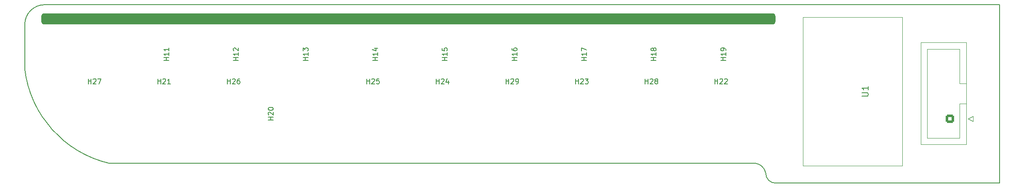
<source format=gto>
G04 #@! TF.GenerationSoftware,KiCad,Pcbnew,8.0.7*
G04 #@! TF.CreationDate,2025-06-18T23:22:59-07:00*
G04 #@! TF.ProjectId,ESP32_MIDI_Summer25_FRETSkicad_pro.kicad_sch,45535033-325f-44d4-9944-495f53756d6d,rev?*
G04 #@! TF.SameCoordinates,Original*
G04 #@! TF.FileFunction,Legend,Top*
G04 #@! TF.FilePolarity,Positive*
%FSLAX46Y46*%
G04 Gerber Fmt 4.6, Leading zero omitted, Abs format (unit mm)*
G04 Created by KiCad (PCBNEW 8.0.7) date 2025-06-18 23:22:59*
%MOMM*%
%LPD*%
G01*
G04 APERTURE LIST*
G04 Aperture macros list*
%AMRoundRect*
0 Rectangle with rounded corners*
0 $1 Rounding radius*
0 $2 $3 $4 $5 $6 $7 $8 $9 X,Y pos of 4 corners*
0 Add a 4 corners polygon primitive as box body*
4,1,4,$2,$3,$4,$5,$6,$7,$8,$9,$2,$3,0*
0 Add four circle primitives for the rounded corners*
1,1,$1+$1,$2,$3*
1,1,$1+$1,$4,$5*
1,1,$1+$1,$6,$7*
1,1,$1+$1,$8,$9*
0 Add four rect primitives between the rounded corners*
20,1,$1+$1,$2,$3,$4,$5,0*
20,1,$1+$1,$4,$5,$6,$7,0*
20,1,$1+$1,$6,$7,$8,$9,0*
20,1,$1+$1,$8,$9,$2,$3,0*%
G04 Aperture macros list end*
%ADD10C,0.150000*%
%ADD11C,0.120000*%
%ADD12RoundRect,0.567500X-73.247500X-0.567500X73.247500X-0.567500X73.247500X0.567500X-73.247500X0.567500X0*%
%ADD13C,6.800000*%
%ADD14C,11.000000*%
%ADD15RoundRect,0.250000X0.600000X0.600000X-0.600000X0.600000X-0.600000X-0.600000X0.600000X-0.600000X0*%
%ADD16C,1.700000*%
%ADD17C,3.200000*%
%ADD18C,4.300000*%
G04 APERTURE END LIST*
D10*
X200000000Y-109000000D02*
X70000000Y-109000000D01*
X204000000Y-113000000D02*
G75*
G02*
X202000000Y-111000000I0J2000000D01*
G01*
X249000000Y-77000000D02*
X57000000Y-77000000D01*
X200000000Y-109000000D02*
G75*
G02*
X202000000Y-111000000I-409300J-2409300D01*
G01*
X53000000Y-81000000D02*
X53000000Y-90000000D01*
X53000000Y-81000000D02*
G75*
G02*
X57000000Y-77000000I4000000J0D01*
G01*
X249000000Y-77000000D02*
X249000000Y-113000000D01*
X249000000Y-113000000D02*
X204000000Y-113000000D01*
X70000000Y-109000000D02*
G75*
G02*
X52999994Y-90000001I5067400J21639260D01*
G01*
X177761905Y-92954819D02*
X177761905Y-91954819D01*
X177761905Y-92431009D02*
X178333333Y-92431009D01*
X178333333Y-92954819D02*
X178333333Y-91954819D01*
X178761905Y-92050057D02*
X178809524Y-92002438D01*
X178809524Y-92002438D02*
X178904762Y-91954819D01*
X178904762Y-91954819D02*
X179142857Y-91954819D01*
X179142857Y-91954819D02*
X179238095Y-92002438D01*
X179238095Y-92002438D02*
X179285714Y-92050057D01*
X179285714Y-92050057D02*
X179333333Y-92145295D01*
X179333333Y-92145295D02*
X179333333Y-92240533D01*
X179333333Y-92240533D02*
X179285714Y-92383390D01*
X179285714Y-92383390D02*
X178714286Y-92954819D01*
X178714286Y-92954819D02*
X179333333Y-92954819D01*
X179904762Y-92383390D02*
X179809524Y-92335771D01*
X179809524Y-92335771D02*
X179761905Y-92288152D01*
X179761905Y-92288152D02*
X179714286Y-92192914D01*
X179714286Y-92192914D02*
X179714286Y-92145295D01*
X179714286Y-92145295D02*
X179761905Y-92050057D01*
X179761905Y-92050057D02*
X179809524Y-92002438D01*
X179809524Y-92002438D02*
X179904762Y-91954819D01*
X179904762Y-91954819D02*
X180095238Y-91954819D01*
X180095238Y-91954819D02*
X180190476Y-92002438D01*
X180190476Y-92002438D02*
X180238095Y-92050057D01*
X180238095Y-92050057D02*
X180285714Y-92145295D01*
X180285714Y-92145295D02*
X180285714Y-92192914D01*
X180285714Y-92192914D02*
X180238095Y-92288152D01*
X180238095Y-92288152D02*
X180190476Y-92335771D01*
X180190476Y-92335771D02*
X180095238Y-92383390D01*
X180095238Y-92383390D02*
X179904762Y-92383390D01*
X179904762Y-92383390D02*
X179809524Y-92431009D01*
X179809524Y-92431009D02*
X179761905Y-92478628D01*
X179761905Y-92478628D02*
X179714286Y-92573866D01*
X179714286Y-92573866D02*
X179714286Y-92764342D01*
X179714286Y-92764342D02*
X179761905Y-92859580D01*
X179761905Y-92859580D02*
X179809524Y-92907200D01*
X179809524Y-92907200D02*
X179904762Y-92954819D01*
X179904762Y-92954819D02*
X180095238Y-92954819D01*
X180095238Y-92954819D02*
X180190476Y-92907200D01*
X180190476Y-92907200D02*
X180238095Y-92859580D01*
X180238095Y-92859580D02*
X180285714Y-92764342D01*
X180285714Y-92764342D02*
X180285714Y-92573866D01*
X180285714Y-92573866D02*
X180238095Y-92478628D01*
X180238095Y-92478628D02*
X180190476Y-92431009D01*
X180190476Y-92431009D02*
X180095238Y-92383390D01*
X135761905Y-92954819D02*
X135761905Y-91954819D01*
X135761905Y-92431009D02*
X136333333Y-92431009D01*
X136333333Y-92954819D02*
X136333333Y-91954819D01*
X136761905Y-92050057D02*
X136809524Y-92002438D01*
X136809524Y-92002438D02*
X136904762Y-91954819D01*
X136904762Y-91954819D02*
X137142857Y-91954819D01*
X137142857Y-91954819D02*
X137238095Y-92002438D01*
X137238095Y-92002438D02*
X137285714Y-92050057D01*
X137285714Y-92050057D02*
X137333333Y-92145295D01*
X137333333Y-92145295D02*
X137333333Y-92240533D01*
X137333333Y-92240533D02*
X137285714Y-92383390D01*
X137285714Y-92383390D02*
X136714286Y-92954819D01*
X136714286Y-92954819D02*
X137333333Y-92954819D01*
X138190476Y-92288152D02*
X138190476Y-92954819D01*
X137952381Y-91907200D02*
X137714286Y-92621485D01*
X137714286Y-92621485D02*
X138333333Y-92621485D01*
X165954819Y-88238094D02*
X164954819Y-88238094D01*
X165431009Y-88238094D02*
X165431009Y-87666666D01*
X165954819Y-87666666D02*
X164954819Y-87666666D01*
X165954819Y-86666666D02*
X165954819Y-87238094D01*
X165954819Y-86952380D02*
X164954819Y-86952380D01*
X164954819Y-86952380D02*
X165097676Y-87047618D01*
X165097676Y-87047618D02*
X165192914Y-87142856D01*
X165192914Y-87142856D02*
X165240533Y-87238094D01*
X164954819Y-86333332D02*
X164954819Y-85666666D01*
X164954819Y-85666666D02*
X165954819Y-86095237D01*
X163761905Y-92954819D02*
X163761905Y-91954819D01*
X163761905Y-92431009D02*
X164333333Y-92431009D01*
X164333333Y-92954819D02*
X164333333Y-91954819D01*
X164761905Y-92050057D02*
X164809524Y-92002438D01*
X164809524Y-92002438D02*
X164904762Y-91954819D01*
X164904762Y-91954819D02*
X165142857Y-91954819D01*
X165142857Y-91954819D02*
X165238095Y-92002438D01*
X165238095Y-92002438D02*
X165285714Y-92050057D01*
X165285714Y-92050057D02*
X165333333Y-92145295D01*
X165333333Y-92145295D02*
X165333333Y-92240533D01*
X165333333Y-92240533D02*
X165285714Y-92383390D01*
X165285714Y-92383390D02*
X164714286Y-92954819D01*
X164714286Y-92954819D02*
X165333333Y-92954819D01*
X165666667Y-91954819D02*
X166285714Y-91954819D01*
X166285714Y-91954819D02*
X165952381Y-92335771D01*
X165952381Y-92335771D02*
X166095238Y-92335771D01*
X166095238Y-92335771D02*
X166190476Y-92383390D01*
X166190476Y-92383390D02*
X166238095Y-92431009D01*
X166238095Y-92431009D02*
X166285714Y-92526247D01*
X166285714Y-92526247D02*
X166285714Y-92764342D01*
X166285714Y-92764342D02*
X166238095Y-92859580D01*
X166238095Y-92859580D02*
X166190476Y-92907200D01*
X166190476Y-92907200D02*
X166095238Y-92954819D01*
X166095238Y-92954819D02*
X165809524Y-92954819D01*
X165809524Y-92954819D02*
X165714286Y-92907200D01*
X165714286Y-92907200D02*
X165666667Y-92859580D01*
X179954819Y-88238094D02*
X178954819Y-88238094D01*
X179431009Y-88238094D02*
X179431009Y-87666666D01*
X179954819Y-87666666D02*
X178954819Y-87666666D01*
X179954819Y-86666666D02*
X179954819Y-87238094D01*
X179954819Y-86952380D02*
X178954819Y-86952380D01*
X178954819Y-86952380D02*
X179097676Y-87047618D01*
X179097676Y-87047618D02*
X179192914Y-87142856D01*
X179192914Y-87142856D02*
X179240533Y-87238094D01*
X179383390Y-86095237D02*
X179335771Y-86190475D01*
X179335771Y-86190475D02*
X179288152Y-86238094D01*
X179288152Y-86238094D02*
X179192914Y-86285713D01*
X179192914Y-86285713D02*
X179145295Y-86285713D01*
X179145295Y-86285713D02*
X179050057Y-86238094D01*
X179050057Y-86238094D02*
X179002438Y-86190475D01*
X179002438Y-86190475D02*
X178954819Y-86095237D01*
X178954819Y-86095237D02*
X178954819Y-85904761D01*
X178954819Y-85904761D02*
X179002438Y-85809523D01*
X179002438Y-85809523D02*
X179050057Y-85761904D01*
X179050057Y-85761904D02*
X179145295Y-85714285D01*
X179145295Y-85714285D02*
X179192914Y-85714285D01*
X179192914Y-85714285D02*
X179288152Y-85761904D01*
X179288152Y-85761904D02*
X179335771Y-85809523D01*
X179335771Y-85809523D02*
X179383390Y-85904761D01*
X179383390Y-85904761D02*
X179383390Y-86095237D01*
X179383390Y-86095237D02*
X179431009Y-86190475D01*
X179431009Y-86190475D02*
X179478628Y-86238094D01*
X179478628Y-86238094D02*
X179573866Y-86285713D01*
X179573866Y-86285713D02*
X179764342Y-86285713D01*
X179764342Y-86285713D02*
X179859580Y-86238094D01*
X179859580Y-86238094D02*
X179907200Y-86190475D01*
X179907200Y-86190475D02*
X179954819Y-86095237D01*
X179954819Y-86095237D02*
X179954819Y-85904761D01*
X179954819Y-85904761D02*
X179907200Y-85809523D01*
X179907200Y-85809523D02*
X179859580Y-85761904D01*
X179859580Y-85761904D02*
X179764342Y-85714285D01*
X179764342Y-85714285D02*
X179573866Y-85714285D01*
X179573866Y-85714285D02*
X179478628Y-85761904D01*
X179478628Y-85761904D02*
X179431009Y-85809523D01*
X179431009Y-85809523D02*
X179383390Y-85904761D01*
X93761905Y-92954819D02*
X93761905Y-91954819D01*
X93761905Y-92431009D02*
X94333333Y-92431009D01*
X94333333Y-92954819D02*
X94333333Y-91954819D01*
X94761905Y-92050057D02*
X94809524Y-92002438D01*
X94809524Y-92002438D02*
X94904762Y-91954819D01*
X94904762Y-91954819D02*
X95142857Y-91954819D01*
X95142857Y-91954819D02*
X95238095Y-92002438D01*
X95238095Y-92002438D02*
X95285714Y-92050057D01*
X95285714Y-92050057D02*
X95333333Y-92145295D01*
X95333333Y-92145295D02*
X95333333Y-92240533D01*
X95333333Y-92240533D02*
X95285714Y-92383390D01*
X95285714Y-92383390D02*
X94714286Y-92954819D01*
X94714286Y-92954819D02*
X95333333Y-92954819D01*
X96190476Y-91954819D02*
X96000000Y-91954819D01*
X96000000Y-91954819D02*
X95904762Y-92002438D01*
X95904762Y-92002438D02*
X95857143Y-92050057D01*
X95857143Y-92050057D02*
X95761905Y-92192914D01*
X95761905Y-92192914D02*
X95714286Y-92383390D01*
X95714286Y-92383390D02*
X95714286Y-92764342D01*
X95714286Y-92764342D02*
X95761905Y-92859580D01*
X95761905Y-92859580D02*
X95809524Y-92907200D01*
X95809524Y-92907200D02*
X95904762Y-92954819D01*
X95904762Y-92954819D02*
X96095238Y-92954819D01*
X96095238Y-92954819D02*
X96190476Y-92907200D01*
X96190476Y-92907200D02*
X96238095Y-92859580D01*
X96238095Y-92859580D02*
X96285714Y-92764342D01*
X96285714Y-92764342D02*
X96285714Y-92526247D01*
X96285714Y-92526247D02*
X96238095Y-92431009D01*
X96238095Y-92431009D02*
X96190476Y-92383390D01*
X96190476Y-92383390D02*
X96095238Y-92335771D01*
X96095238Y-92335771D02*
X95904762Y-92335771D01*
X95904762Y-92335771D02*
X95809524Y-92383390D01*
X95809524Y-92383390D02*
X95761905Y-92431009D01*
X95761905Y-92431009D02*
X95714286Y-92526247D01*
X191761905Y-92954819D02*
X191761905Y-91954819D01*
X191761905Y-92431009D02*
X192333333Y-92431009D01*
X192333333Y-92954819D02*
X192333333Y-91954819D01*
X192761905Y-92050057D02*
X192809524Y-92002438D01*
X192809524Y-92002438D02*
X192904762Y-91954819D01*
X192904762Y-91954819D02*
X193142857Y-91954819D01*
X193142857Y-91954819D02*
X193238095Y-92002438D01*
X193238095Y-92002438D02*
X193285714Y-92050057D01*
X193285714Y-92050057D02*
X193333333Y-92145295D01*
X193333333Y-92145295D02*
X193333333Y-92240533D01*
X193333333Y-92240533D02*
X193285714Y-92383390D01*
X193285714Y-92383390D02*
X192714286Y-92954819D01*
X192714286Y-92954819D02*
X193333333Y-92954819D01*
X193714286Y-92050057D02*
X193761905Y-92002438D01*
X193761905Y-92002438D02*
X193857143Y-91954819D01*
X193857143Y-91954819D02*
X194095238Y-91954819D01*
X194095238Y-91954819D02*
X194190476Y-92002438D01*
X194190476Y-92002438D02*
X194238095Y-92050057D01*
X194238095Y-92050057D02*
X194285714Y-92145295D01*
X194285714Y-92145295D02*
X194285714Y-92240533D01*
X194285714Y-92240533D02*
X194238095Y-92383390D01*
X194238095Y-92383390D02*
X193666667Y-92954819D01*
X193666667Y-92954819D02*
X194285714Y-92954819D01*
X81954819Y-88238094D02*
X80954819Y-88238094D01*
X81431009Y-88238094D02*
X81431009Y-87666666D01*
X81954819Y-87666666D02*
X80954819Y-87666666D01*
X81954819Y-86666666D02*
X81954819Y-87238094D01*
X81954819Y-86952380D02*
X80954819Y-86952380D01*
X80954819Y-86952380D02*
X81097676Y-87047618D01*
X81097676Y-87047618D02*
X81192914Y-87142856D01*
X81192914Y-87142856D02*
X81240533Y-87238094D01*
X81954819Y-85714285D02*
X81954819Y-86285713D01*
X81954819Y-85999999D02*
X80954819Y-85999999D01*
X80954819Y-85999999D02*
X81097676Y-86095237D01*
X81097676Y-86095237D02*
X81192914Y-86190475D01*
X81192914Y-86190475D02*
X81240533Y-86285713D01*
X102954819Y-100238094D02*
X101954819Y-100238094D01*
X102431009Y-100238094D02*
X102431009Y-99666666D01*
X102954819Y-99666666D02*
X101954819Y-99666666D01*
X102050057Y-99238094D02*
X102002438Y-99190475D01*
X102002438Y-99190475D02*
X101954819Y-99095237D01*
X101954819Y-99095237D02*
X101954819Y-98857142D01*
X101954819Y-98857142D02*
X102002438Y-98761904D01*
X102002438Y-98761904D02*
X102050057Y-98714285D01*
X102050057Y-98714285D02*
X102145295Y-98666666D01*
X102145295Y-98666666D02*
X102240533Y-98666666D01*
X102240533Y-98666666D02*
X102383390Y-98714285D01*
X102383390Y-98714285D02*
X102954819Y-99285713D01*
X102954819Y-99285713D02*
X102954819Y-98666666D01*
X101954819Y-98047618D02*
X101954819Y-97952380D01*
X101954819Y-97952380D02*
X102002438Y-97857142D01*
X102002438Y-97857142D02*
X102050057Y-97809523D01*
X102050057Y-97809523D02*
X102145295Y-97761904D01*
X102145295Y-97761904D02*
X102335771Y-97714285D01*
X102335771Y-97714285D02*
X102573866Y-97714285D01*
X102573866Y-97714285D02*
X102764342Y-97761904D01*
X102764342Y-97761904D02*
X102859580Y-97809523D01*
X102859580Y-97809523D02*
X102907200Y-97857142D01*
X102907200Y-97857142D02*
X102954819Y-97952380D01*
X102954819Y-97952380D02*
X102954819Y-98047618D01*
X102954819Y-98047618D02*
X102907200Y-98142856D01*
X102907200Y-98142856D02*
X102859580Y-98190475D01*
X102859580Y-98190475D02*
X102764342Y-98238094D01*
X102764342Y-98238094D02*
X102573866Y-98285713D01*
X102573866Y-98285713D02*
X102335771Y-98285713D01*
X102335771Y-98285713D02*
X102145295Y-98238094D01*
X102145295Y-98238094D02*
X102050057Y-98190475D01*
X102050057Y-98190475D02*
X102002438Y-98142856D01*
X102002438Y-98142856D02*
X101954819Y-98047618D01*
X193954819Y-88238094D02*
X192954819Y-88238094D01*
X193431009Y-88238094D02*
X193431009Y-87666666D01*
X193954819Y-87666666D02*
X192954819Y-87666666D01*
X193954819Y-86666666D02*
X193954819Y-87238094D01*
X193954819Y-86952380D02*
X192954819Y-86952380D01*
X192954819Y-86952380D02*
X193097676Y-87047618D01*
X193097676Y-87047618D02*
X193192914Y-87142856D01*
X193192914Y-87142856D02*
X193240533Y-87238094D01*
X193954819Y-86190475D02*
X193954819Y-85999999D01*
X193954819Y-85999999D02*
X193907200Y-85904761D01*
X193907200Y-85904761D02*
X193859580Y-85857142D01*
X193859580Y-85857142D02*
X193716723Y-85761904D01*
X193716723Y-85761904D02*
X193526247Y-85714285D01*
X193526247Y-85714285D02*
X193145295Y-85714285D01*
X193145295Y-85714285D02*
X193050057Y-85761904D01*
X193050057Y-85761904D02*
X193002438Y-85809523D01*
X193002438Y-85809523D02*
X192954819Y-85904761D01*
X192954819Y-85904761D02*
X192954819Y-86095237D01*
X192954819Y-86095237D02*
X193002438Y-86190475D01*
X193002438Y-86190475D02*
X193050057Y-86238094D01*
X193050057Y-86238094D02*
X193145295Y-86285713D01*
X193145295Y-86285713D02*
X193383390Y-86285713D01*
X193383390Y-86285713D02*
X193478628Y-86238094D01*
X193478628Y-86238094D02*
X193526247Y-86190475D01*
X193526247Y-86190475D02*
X193573866Y-86095237D01*
X193573866Y-86095237D02*
X193573866Y-85904761D01*
X193573866Y-85904761D02*
X193526247Y-85809523D01*
X193526247Y-85809523D02*
X193478628Y-85761904D01*
X193478628Y-85761904D02*
X193383390Y-85714285D01*
X123954819Y-88238094D02*
X122954819Y-88238094D01*
X123431009Y-88238094D02*
X123431009Y-87666666D01*
X123954819Y-87666666D02*
X122954819Y-87666666D01*
X123954819Y-86666666D02*
X123954819Y-87238094D01*
X123954819Y-86952380D02*
X122954819Y-86952380D01*
X122954819Y-86952380D02*
X123097676Y-87047618D01*
X123097676Y-87047618D02*
X123192914Y-87142856D01*
X123192914Y-87142856D02*
X123240533Y-87238094D01*
X123288152Y-85809523D02*
X123954819Y-85809523D01*
X122907200Y-86047618D02*
X123621485Y-86285713D01*
X123621485Y-86285713D02*
X123621485Y-85666666D01*
X137954819Y-88238094D02*
X136954819Y-88238094D01*
X137431009Y-88238094D02*
X137431009Y-87666666D01*
X137954819Y-87666666D02*
X136954819Y-87666666D01*
X137954819Y-86666666D02*
X137954819Y-87238094D01*
X137954819Y-86952380D02*
X136954819Y-86952380D01*
X136954819Y-86952380D02*
X137097676Y-87047618D01*
X137097676Y-87047618D02*
X137192914Y-87142856D01*
X137192914Y-87142856D02*
X137240533Y-87238094D01*
X136954819Y-85761904D02*
X136954819Y-86238094D01*
X136954819Y-86238094D02*
X137431009Y-86285713D01*
X137431009Y-86285713D02*
X137383390Y-86238094D01*
X137383390Y-86238094D02*
X137335771Y-86142856D01*
X137335771Y-86142856D02*
X137335771Y-85904761D01*
X137335771Y-85904761D02*
X137383390Y-85809523D01*
X137383390Y-85809523D02*
X137431009Y-85761904D01*
X137431009Y-85761904D02*
X137526247Y-85714285D01*
X137526247Y-85714285D02*
X137764342Y-85714285D01*
X137764342Y-85714285D02*
X137859580Y-85761904D01*
X137859580Y-85761904D02*
X137907200Y-85809523D01*
X137907200Y-85809523D02*
X137954819Y-85904761D01*
X137954819Y-85904761D02*
X137954819Y-86142856D01*
X137954819Y-86142856D02*
X137907200Y-86238094D01*
X137907200Y-86238094D02*
X137859580Y-86285713D01*
X221349726Y-95467619D02*
X222377821Y-95467619D01*
X222377821Y-95467619D02*
X222498773Y-95407142D01*
X222498773Y-95407142D02*
X222559250Y-95346666D01*
X222559250Y-95346666D02*
X222619726Y-95225714D01*
X222619726Y-95225714D02*
X222619726Y-94983809D01*
X222619726Y-94983809D02*
X222559250Y-94862857D01*
X222559250Y-94862857D02*
X222498773Y-94802380D01*
X222498773Y-94802380D02*
X222377821Y-94741904D01*
X222377821Y-94741904D02*
X221349726Y-94741904D01*
X222619726Y-93471904D02*
X222619726Y-94197619D01*
X222619726Y-93834762D02*
X221349726Y-93834762D01*
X221349726Y-93834762D02*
X221531154Y-93955714D01*
X221531154Y-93955714D02*
X221652107Y-94076666D01*
X221652107Y-94076666D02*
X221712583Y-94197619D01*
X79761905Y-92954819D02*
X79761905Y-91954819D01*
X79761905Y-92431009D02*
X80333333Y-92431009D01*
X80333333Y-92954819D02*
X80333333Y-91954819D01*
X80761905Y-92050057D02*
X80809524Y-92002438D01*
X80809524Y-92002438D02*
X80904762Y-91954819D01*
X80904762Y-91954819D02*
X81142857Y-91954819D01*
X81142857Y-91954819D02*
X81238095Y-92002438D01*
X81238095Y-92002438D02*
X81285714Y-92050057D01*
X81285714Y-92050057D02*
X81333333Y-92145295D01*
X81333333Y-92145295D02*
X81333333Y-92240533D01*
X81333333Y-92240533D02*
X81285714Y-92383390D01*
X81285714Y-92383390D02*
X80714286Y-92954819D01*
X80714286Y-92954819D02*
X81333333Y-92954819D01*
X82285714Y-92954819D02*
X81714286Y-92954819D01*
X82000000Y-92954819D02*
X82000000Y-91954819D01*
X82000000Y-91954819D02*
X81904762Y-92097676D01*
X81904762Y-92097676D02*
X81809524Y-92192914D01*
X81809524Y-92192914D02*
X81714286Y-92240533D01*
X95954819Y-88238094D02*
X94954819Y-88238094D01*
X95431009Y-88238094D02*
X95431009Y-87666666D01*
X95954819Y-87666666D02*
X94954819Y-87666666D01*
X95954819Y-86666666D02*
X95954819Y-87238094D01*
X95954819Y-86952380D02*
X94954819Y-86952380D01*
X94954819Y-86952380D02*
X95097676Y-87047618D01*
X95097676Y-87047618D02*
X95192914Y-87142856D01*
X95192914Y-87142856D02*
X95240533Y-87238094D01*
X95050057Y-86285713D02*
X95002438Y-86238094D01*
X95002438Y-86238094D02*
X94954819Y-86142856D01*
X94954819Y-86142856D02*
X94954819Y-85904761D01*
X94954819Y-85904761D02*
X95002438Y-85809523D01*
X95002438Y-85809523D02*
X95050057Y-85761904D01*
X95050057Y-85761904D02*
X95145295Y-85714285D01*
X95145295Y-85714285D02*
X95240533Y-85714285D01*
X95240533Y-85714285D02*
X95383390Y-85761904D01*
X95383390Y-85761904D02*
X95954819Y-86333332D01*
X95954819Y-86333332D02*
X95954819Y-85714285D01*
X151954819Y-88238094D02*
X150954819Y-88238094D01*
X151431009Y-88238094D02*
X151431009Y-87666666D01*
X151954819Y-87666666D02*
X150954819Y-87666666D01*
X151954819Y-86666666D02*
X151954819Y-87238094D01*
X151954819Y-86952380D02*
X150954819Y-86952380D01*
X150954819Y-86952380D02*
X151097676Y-87047618D01*
X151097676Y-87047618D02*
X151192914Y-87142856D01*
X151192914Y-87142856D02*
X151240533Y-87238094D01*
X150954819Y-85809523D02*
X150954819Y-85999999D01*
X150954819Y-85999999D02*
X151002438Y-86095237D01*
X151002438Y-86095237D02*
X151050057Y-86142856D01*
X151050057Y-86142856D02*
X151192914Y-86238094D01*
X151192914Y-86238094D02*
X151383390Y-86285713D01*
X151383390Y-86285713D02*
X151764342Y-86285713D01*
X151764342Y-86285713D02*
X151859580Y-86238094D01*
X151859580Y-86238094D02*
X151907200Y-86190475D01*
X151907200Y-86190475D02*
X151954819Y-86095237D01*
X151954819Y-86095237D02*
X151954819Y-85904761D01*
X151954819Y-85904761D02*
X151907200Y-85809523D01*
X151907200Y-85809523D02*
X151859580Y-85761904D01*
X151859580Y-85761904D02*
X151764342Y-85714285D01*
X151764342Y-85714285D02*
X151526247Y-85714285D01*
X151526247Y-85714285D02*
X151431009Y-85761904D01*
X151431009Y-85761904D02*
X151383390Y-85809523D01*
X151383390Y-85809523D02*
X151335771Y-85904761D01*
X151335771Y-85904761D02*
X151335771Y-86095237D01*
X151335771Y-86095237D02*
X151383390Y-86190475D01*
X151383390Y-86190475D02*
X151431009Y-86238094D01*
X151431009Y-86238094D02*
X151526247Y-86285713D01*
X109954819Y-88238094D02*
X108954819Y-88238094D01*
X109431009Y-88238094D02*
X109431009Y-87666666D01*
X109954819Y-87666666D02*
X108954819Y-87666666D01*
X109954819Y-86666666D02*
X109954819Y-87238094D01*
X109954819Y-86952380D02*
X108954819Y-86952380D01*
X108954819Y-86952380D02*
X109097676Y-87047618D01*
X109097676Y-87047618D02*
X109192914Y-87142856D01*
X109192914Y-87142856D02*
X109240533Y-87238094D01*
X108954819Y-86333332D02*
X108954819Y-85714285D01*
X108954819Y-85714285D02*
X109335771Y-86047618D01*
X109335771Y-86047618D02*
X109335771Y-85904761D01*
X109335771Y-85904761D02*
X109383390Y-85809523D01*
X109383390Y-85809523D02*
X109431009Y-85761904D01*
X109431009Y-85761904D02*
X109526247Y-85714285D01*
X109526247Y-85714285D02*
X109764342Y-85714285D01*
X109764342Y-85714285D02*
X109859580Y-85761904D01*
X109859580Y-85761904D02*
X109907200Y-85809523D01*
X109907200Y-85809523D02*
X109954819Y-85904761D01*
X109954819Y-85904761D02*
X109954819Y-86190475D01*
X109954819Y-86190475D02*
X109907200Y-86285713D01*
X109907200Y-86285713D02*
X109859580Y-86333332D01*
X121761905Y-92954819D02*
X121761905Y-91954819D01*
X121761905Y-92431009D02*
X122333333Y-92431009D01*
X122333333Y-92954819D02*
X122333333Y-91954819D01*
X122761905Y-92050057D02*
X122809524Y-92002438D01*
X122809524Y-92002438D02*
X122904762Y-91954819D01*
X122904762Y-91954819D02*
X123142857Y-91954819D01*
X123142857Y-91954819D02*
X123238095Y-92002438D01*
X123238095Y-92002438D02*
X123285714Y-92050057D01*
X123285714Y-92050057D02*
X123333333Y-92145295D01*
X123333333Y-92145295D02*
X123333333Y-92240533D01*
X123333333Y-92240533D02*
X123285714Y-92383390D01*
X123285714Y-92383390D02*
X122714286Y-92954819D01*
X122714286Y-92954819D02*
X123333333Y-92954819D01*
X124238095Y-91954819D02*
X123761905Y-91954819D01*
X123761905Y-91954819D02*
X123714286Y-92431009D01*
X123714286Y-92431009D02*
X123761905Y-92383390D01*
X123761905Y-92383390D02*
X123857143Y-92335771D01*
X123857143Y-92335771D02*
X124095238Y-92335771D01*
X124095238Y-92335771D02*
X124190476Y-92383390D01*
X124190476Y-92383390D02*
X124238095Y-92431009D01*
X124238095Y-92431009D02*
X124285714Y-92526247D01*
X124285714Y-92526247D02*
X124285714Y-92764342D01*
X124285714Y-92764342D02*
X124238095Y-92859580D01*
X124238095Y-92859580D02*
X124190476Y-92907200D01*
X124190476Y-92907200D02*
X124095238Y-92954819D01*
X124095238Y-92954819D02*
X123857143Y-92954819D01*
X123857143Y-92954819D02*
X123761905Y-92907200D01*
X123761905Y-92907200D02*
X123714286Y-92859580D01*
X149761905Y-92954819D02*
X149761905Y-91954819D01*
X149761905Y-92431009D02*
X150333333Y-92431009D01*
X150333333Y-92954819D02*
X150333333Y-91954819D01*
X150761905Y-92050057D02*
X150809524Y-92002438D01*
X150809524Y-92002438D02*
X150904762Y-91954819D01*
X150904762Y-91954819D02*
X151142857Y-91954819D01*
X151142857Y-91954819D02*
X151238095Y-92002438D01*
X151238095Y-92002438D02*
X151285714Y-92050057D01*
X151285714Y-92050057D02*
X151333333Y-92145295D01*
X151333333Y-92145295D02*
X151333333Y-92240533D01*
X151333333Y-92240533D02*
X151285714Y-92383390D01*
X151285714Y-92383390D02*
X150714286Y-92954819D01*
X150714286Y-92954819D02*
X151333333Y-92954819D01*
X151809524Y-92954819D02*
X152000000Y-92954819D01*
X152000000Y-92954819D02*
X152095238Y-92907200D01*
X152095238Y-92907200D02*
X152142857Y-92859580D01*
X152142857Y-92859580D02*
X152238095Y-92716723D01*
X152238095Y-92716723D02*
X152285714Y-92526247D01*
X152285714Y-92526247D02*
X152285714Y-92145295D01*
X152285714Y-92145295D02*
X152238095Y-92050057D01*
X152238095Y-92050057D02*
X152190476Y-92002438D01*
X152190476Y-92002438D02*
X152095238Y-91954819D01*
X152095238Y-91954819D02*
X151904762Y-91954819D01*
X151904762Y-91954819D02*
X151809524Y-92002438D01*
X151809524Y-92002438D02*
X151761905Y-92050057D01*
X151761905Y-92050057D02*
X151714286Y-92145295D01*
X151714286Y-92145295D02*
X151714286Y-92383390D01*
X151714286Y-92383390D02*
X151761905Y-92478628D01*
X151761905Y-92478628D02*
X151809524Y-92526247D01*
X151809524Y-92526247D02*
X151904762Y-92573866D01*
X151904762Y-92573866D02*
X152095238Y-92573866D01*
X152095238Y-92573866D02*
X152190476Y-92526247D01*
X152190476Y-92526247D02*
X152238095Y-92478628D01*
X152238095Y-92478628D02*
X152285714Y-92383390D01*
X65761905Y-92954819D02*
X65761905Y-91954819D01*
X65761905Y-92431009D02*
X66333333Y-92431009D01*
X66333333Y-92954819D02*
X66333333Y-91954819D01*
X66761905Y-92050057D02*
X66809524Y-92002438D01*
X66809524Y-92002438D02*
X66904762Y-91954819D01*
X66904762Y-91954819D02*
X67142857Y-91954819D01*
X67142857Y-91954819D02*
X67238095Y-92002438D01*
X67238095Y-92002438D02*
X67285714Y-92050057D01*
X67285714Y-92050057D02*
X67333333Y-92145295D01*
X67333333Y-92145295D02*
X67333333Y-92240533D01*
X67333333Y-92240533D02*
X67285714Y-92383390D01*
X67285714Y-92383390D02*
X66714286Y-92954819D01*
X66714286Y-92954819D02*
X67333333Y-92954819D01*
X67666667Y-91954819D02*
X68333333Y-91954819D01*
X68333333Y-91954819D02*
X67904762Y-92954819D01*
D11*
X233170000Y-84630000D02*
X242290000Y-84630000D01*
X233170000Y-105210000D02*
X233170000Y-84630000D01*
X234480000Y-85930000D02*
X240980000Y-85930000D01*
X234480000Y-103910000D02*
X234480000Y-85930000D01*
X240980000Y-85930000D02*
X240980000Y-92870000D01*
X240980000Y-92870000D02*
X240980000Y-92870000D01*
X240980000Y-92870000D02*
X242290000Y-92870000D01*
X240980000Y-96970000D02*
X240980000Y-103910000D01*
X240980000Y-103910000D02*
X234480000Y-103910000D01*
X242290000Y-84630000D02*
X242290000Y-105210000D01*
X242290000Y-96970000D02*
X240980000Y-96970000D01*
X242290000Y-105210000D02*
X233170000Y-105210000D01*
X242680000Y-100000000D02*
X243680000Y-100500000D01*
X243680000Y-99500000D02*
X242680000Y-100000000D01*
X243680000Y-100500000D02*
X243680000Y-99500000D01*
X209500000Y-79500000D02*
X209500000Y-109500000D01*
X229500000Y-79500000D02*
X209500000Y-79500000D01*
X229500000Y-79500000D02*
X229500000Y-109500000D01*
X229500000Y-109500000D02*
X209500000Y-109500000D01*
D12*
X130185000Y-79865000D03*
%LPC*%
D13*
X179000000Y-99000000D03*
D14*
X179000000Y-99000000D03*
D13*
X137000000Y-99000000D03*
D14*
X137000000Y-99000000D03*
D13*
X172000000Y-87000000D03*
D14*
X172000000Y-87000000D03*
D13*
X165000000Y-99000000D03*
D14*
X165000000Y-99000000D03*
D13*
X186000000Y-87000000D03*
D14*
X186000000Y-87000000D03*
D13*
X95000000Y-99000000D03*
D14*
X95000000Y-99000000D03*
D13*
X193000000Y-99000000D03*
D14*
X193000000Y-99000000D03*
D13*
X60000000Y-87000000D03*
D14*
X60000000Y-87000000D03*
D15*
X239000000Y-100000000D03*
D16*
X236460000Y-100000000D03*
X239000000Y-97460000D03*
X236460000Y-97460000D03*
X239000000Y-94920000D03*
X236460000Y-94920000D03*
X239000000Y-92380000D03*
X236460000Y-92380000D03*
X239000000Y-89840000D03*
X236460000Y-89840000D03*
D13*
X88000000Y-87000000D03*
D14*
X88000000Y-87000000D03*
D13*
X109000000Y-99000000D03*
D14*
X109000000Y-99000000D03*
D13*
X200000000Y-87000000D03*
D14*
X200000000Y-87000000D03*
D17*
X245000000Y-80000000D03*
D13*
X130000000Y-87000000D03*
D14*
X130000000Y-87000000D03*
D13*
X144000000Y-87000000D03*
D14*
X144000000Y-87000000D03*
D16*
X228390000Y-100850000D03*
X228390000Y-98310000D03*
X228390000Y-95770000D03*
X228390000Y-93230000D03*
X228390000Y-90690000D03*
X228390000Y-88150000D03*
X210610000Y-80530000D03*
X210610000Y-83070000D03*
X210610000Y-85610000D03*
X210610000Y-88150000D03*
X210610000Y-90690000D03*
X210610000Y-93230000D03*
X210610000Y-95770000D03*
X210610000Y-98310000D03*
X210610000Y-100850000D03*
X210610000Y-103390000D03*
X210610000Y-105930000D03*
X210610000Y-108470000D03*
D13*
X81000000Y-99000000D03*
D14*
X81000000Y-99000000D03*
D13*
X102000000Y-87000000D03*
D14*
X102000000Y-87000000D03*
D13*
X158000000Y-87000000D03*
D14*
X158000000Y-87000000D03*
D13*
X116000000Y-87000000D03*
D14*
X116000000Y-87000000D03*
D18*
X88000000Y-105500000D03*
D13*
X74000000Y-87000000D03*
D14*
X74000000Y-87000000D03*
D13*
X123000000Y-99000000D03*
D14*
X123000000Y-99000000D03*
D17*
X245000000Y-110000000D03*
D13*
X151000000Y-99000000D03*
D14*
X151000000Y-99000000D03*
D18*
X115500000Y-105500000D03*
D13*
X67000000Y-99000000D03*
D14*
X67000000Y-99000000D03*
%LPD*%
M02*

</source>
